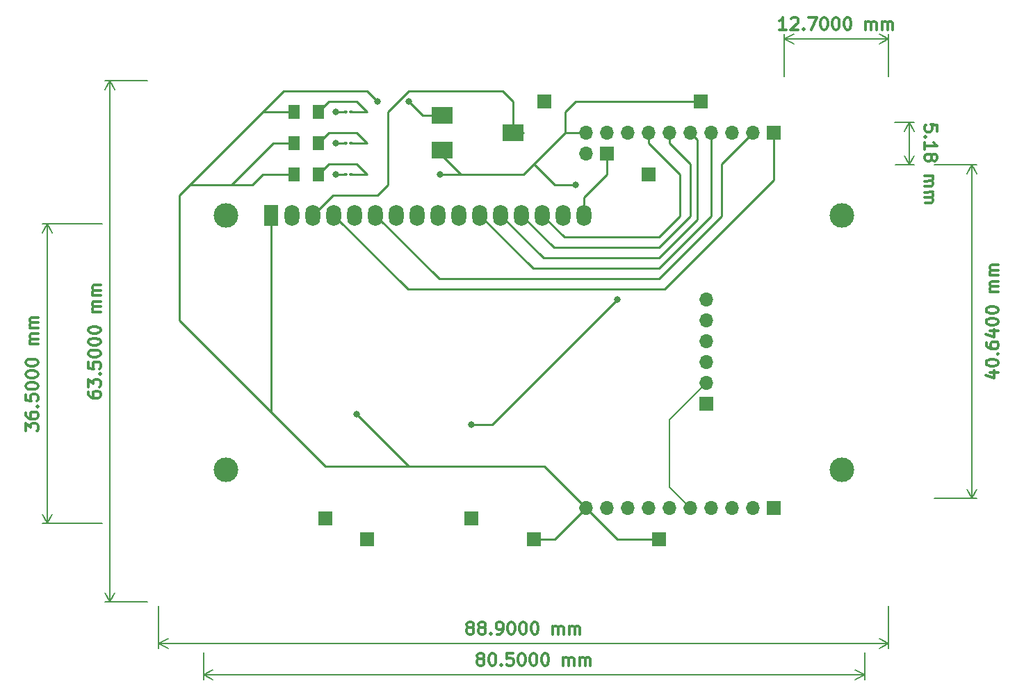
<source format=gtl>
%TF.GenerationSoftware,KiCad,Pcbnew,(6.0.4-0)*%
%TF.CreationDate,2022-04-09T01:41:43-04:00*%
%TF.ProjectId,msp_stuff,6d73705f-7374-4756-9666-2e6b69636164,rev?*%
%TF.SameCoordinates,Original*%
%TF.FileFunction,Copper,L1,Top*%
%TF.FilePolarity,Positive*%
%FSLAX46Y46*%
G04 Gerber Fmt 4.6, Leading zero omitted, Abs format (unit mm)*
G04 Created by KiCad (PCBNEW (6.0.4-0)) date 2022-04-09 01:41:43*
%MOMM*%
%LPD*%
G01*
G04 APERTURE LIST*
G04 Aperture macros list*
%AMRoundRect*
0 Rectangle with rounded corners*
0 $1 Rounding radius*
0 $2 $3 $4 $5 $6 $7 $8 $9 X,Y pos of 4 corners*
0 Add a 4 corners polygon primitive as box body*
4,1,4,$2,$3,$4,$5,$6,$7,$8,$9,$2,$3,0*
0 Add four circle primitives for the rounded corners*
1,1,$1+$1,$2,$3*
1,1,$1+$1,$4,$5*
1,1,$1+$1,$6,$7*
1,1,$1+$1,$8,$9*
0 Add four rect primitives between the rounded corners*
20,1,$1+$1,$2,$3,$4,$5,0*
20,1,$1+$1,$4,$5,$6,$7,0*
20,1,$1+$1,$6,$7,$8,$9,0*
20,1,$1+$1,$8,$9,$2,$3,0*%
G04 Aperture macros list end*
%ADD10C,0.300000*%
%TA.AperFunction,NonConductor*%
%ADD11C,0.300000*%
%TD*%
%TA.AperFunction,NonConductor*%
%ADD12C,0.200000*%
%TD*%
%TA.AperFunction,ComponentPad*%
%ADD13C,3.000000*%
%TD*%
%TA.AperFunction,ComponentPad*%
%ADD14R,1.800000X2.600000*%
%TD*%
%TA.AperFunction,ComponentPad*%
%ADD15O,1.800000X2.600000*%
%TD*%
%TA.AperFunction,ComponentPad*%
%ADD16R,1.700000X1.700000*%
%TD*%
%TA.AperFunction,ComponentPad*%
%ADD17O,1.700000X1.700000*%
%TD*%
%TA.AperFunction,SMDPad,CuDef*%
%ADD18RoundRect,0.250001X-0.462499X-0.624999X0.462499X-0.624999X0.462499X0.624999X-0.462499X0.624999X0*%
%TD*%
%TA.AperFunction,SMDPad,CuDef*%
%ADD19RoundRect,0.100000X-0.130000X-0.100000X0.130000X-0.100000X0.130000X0.100000X-0.130000X0.100000X0*%
%TD*%
%TA.AperFunction,SMDPad,CuDef*%
%ADD20R,2.500000X2.000000*%
%TD*%
%TA.AperFunction,ViaPad*%
%ADD21C,0.800000*%
%TD*%
%TA.AperFunction,Conductor*%
%ADD22C,0.200000*%
%TD*%
%TA.AperFunction,Conductor*%
%ADD23C,0.250000*%
%TD*%
G04 APERTURE END LIST*
D10*
D11*
X155218571Y-87778571D02*
X154361428Y-87778571D01*
X154790000Y-87778571D02*
X154790000Y-86278571D01*
X154647142Y-86492857D01*
X154504285Y-86635714D01*
X154361428Y-86707142D01*
X155790000Y-86421428D02*
X155861428Y-86350000D01*
X156004285Y-86278571D01*
X156361428Y-86278571D01*
X156504285Y-86350000D01*
X156575714Y-86421428D01*
X156647142Y-86564285D01*
X156647142Y-86707142D01*
X156575714Y-86921428D01*
X155718571Y-87778571D01*
X156647142Y-87778571D01*
X157290000Y-87635714D02*
X157361428Y-87707142D01*
X157290000Y-87778571D01*
X157218571Y-87707142D01*
X157290000Y-87635714D01*
X157290000Y-87778571D01*
X157861428Y-86278571D02*
X158861428Y-86278571D01*
X158218571Y-87778571D01*
X159718571Y-86278571D02*
X159861428Y-86278571D01*
X160004285Y-86350000D01*
X160075714Y-86421428D01*
X160147142Y-86564285D01*
X160218571Y-86850000D01*
X160218571Y-87207142D01*
X160147142Y-87492857D01*
X160075714Y-87635714D01*
X160004285Y-87707142D01*
X159861428Y-87778571D01*
X159718571Y-87778571D01*
X159575714Y-87707142D01*
X159504285Y-87635714D01*
X159432857Y-87492857D01*
X159361428Y-87207142D01*
X159361428Y-86850000D01*
X159432857Y-86564285D01*
X159504285Y-86421428D01*
X159575714Y-86350000D01*
X159718571Y-86278571D01*
X161147142Y-86278571D02*
X161290000Y-86278571D01*
X161432857Y-86350000D01*
X161504285Y-86421428D01*
X161575714Y-86564285D01*
X161647142Y-86850000D01*
X161647142Y-87207142D01*
X161575714Y-87492857D01*
X161504285Y-87635714D01*
X161432857Y-87707142D01*
X161290000Y-87778571D01*
X161147142Y-87778571D01*
X161004285Y-87707142D01*
X160932857Y-87635714D01*
X160861428Y-87492857D01*
X160790000Y-87207142D01*
X160790000Y-86850000D01*
X160861428Y-86564285D01*
X160932857Y-86421428D01*
X161004285Y-86350000D01*
X161147142Y-86278571D01*
X162575714Y-86278571D02*
X162718571Y-86278571D01*
X162861428Y-86350000D01*
X162932857Y-86421428D01*
X163004285Y-86564285D01*
X163075714Y-86850000D01*
X163075714Y-87207142D01*
X163004285Y-87492857D01*
X162932857Y-87635714D01*
X162861428Y-87707142D01*
X162718571Y-87778571D01*
X162575714Y-87778571D01*
X162432857Y-87707142D01*
X162361428Y-87635714D01*
X162290000Y-87492857D01*
X162218571Y-87207142D01*
X162218571Y-86850000D01*
X162290000Y-86564285D01*
X162361428Y-86421428D01*
X162432857Y-86350000D01*
X162575714Y-86278571D01*
X164861428Y-87778571D02*
X164861428Y-86778571D01*
X164861428Y-86921428D02*
X164932857Y-86850000D01*
X165075714Y-86778571D01*
X165290000Y-86778571D01*
X165432857Y-86850000D01*
X165504285Y-86992857D01*
X165504285Y-87778571D01*
X165504285Y-86992857D02*
X165575714Y-86850000D01*
X165718571Y-86778571D01*
X165932857Y-86778571D01*
X166075714Y-86850000D01*
X166147142Y-86992857D01*
X166147142Y-87778571D01*
X166861428Y-87778571D02*
X166861428Y-86778571D01*
X166861428Y-86921428D02*
X166932857Y-86850000D01*
X167075714Y-86778571D01*
X167290000Y-86778571D01*
X167432857Y-86850000D01*
X167504285Y-86992857D01*
X167504285Y-87778571D01*
X167504285Y-86992857D02*
X167575714Y-86850000D01*
X167718571Y-86778571D01*
X167932857Y-86778571D01*
X168075714Y-86850000D01*
X168147142Y-86992857D01*
X168147142Y-87778571D01*
D12*
X167640000Y-93479999D02*
X167640000Y-88313580D01*
X154940000Y-93479999D02*
X154940000Y-88313580D01*
X167640000Y-88900000D02*
X154940000Y-88900000D01*
X167640000Y-88900000D02*
X154940000Y-88900000D01*
X167640000Y-88900000D02*
X166513496Y-88313579D01*
X167640000Y-88900000D02*
X166513496Y-89486421D01*
X154940000Y-88900000D02*
X156066504Y-89486421D01*
X154940000Y-88900000D02*
X156066504Y-88313579D01*
D10*
D11*
X180018571Y-129499458D02*
X181018571Y-129499458D01*
X179447142Y-129856601D02*
X180518571Y-130213744D01*
X180518571Y-129285173D01*
X179518571Y-128428030D02*
X179518571Y-128285173D01*
X179590000Y-128142315D01*
X179661428Y-128070887D01*
X179804285Y-127999458D01*
X180090000Y-127928030D01*
X180447142Y-127928030D01*
X180732857Y-127999458D01*
X180875714Y-128070887D01*
X180947142Y-128142315D01*
X181018571Y-128285173D01*
X181018571Y-128428030D01*
X180947142Y-128570887D01*
X180875714Y-128642315D01*
X180732857Y-128713744D01*
X180447142Y-128785173D01*
X180090000Y-128785173D01*
X179804285Y-128713744D01*
X179661428Y-128642315D01*
X179590000Y-128570887D01*
X179518571Y-128428030D01*
X180875714Y-127285173D02*
X180947142Y-127213744D01*
X181018571Y-127285173D01*
X180947142Y-127356601D01*
X180875714Y-127285173D01*
X181018571Y-127285173D01*
X179518571Y-125928030D02*
X179518571Y-126213744D01*
X179590000Y-126356601D01*
X179661428Y-126428030D01*
X179875714Y-126570887D01*
X180161428Y-126642315D01*
X180732857Y-126642315D01*
X180875714Y-126570887D01*
X180947142Y-126499458D01*
X181018571Y-126356601D01*
X181018571Y-126070887D01*
X180947142Y-125928030D01*
X180875714Y-125856601D01*
X180732857Y-125785173D01*
X180375714Y-125785173D01*
X180232857Y-125856601D01*
X180161428Y-125928030D01*
X180090000Y-126070887D01*
X180090000Y-126356601D01*
X180161428Y-126499458D01*
X180232857Y-126570887D01*
X180375714Y-126642315D01*
X180018571Y-124499458D02*
X181018571Y-124499458D01*
X179447142Y-124856601D02*
X180518571Y-125213744D01*
X180518571Y-124285173D01*
X179518571Y-123428030D02*
X179518571Y-123285173D01*
X179590000Y-123142315D01*
X179661428Y-123070887D01*
X179804285Y-122999458D01*
X180090000Y-122928030D01*
X180447142Y-122928030D01*
X180732857Y-122999458D01*
X180875714Y-123070887D01*
X180947142Y-123142315D01*
X181018571Y-123285173D01*
X181018571Y-123428030D01*
X180947142Y-123570887D01*
X180875714Y-123642315D01*
X180732857Y-123713744D01*
X180447142Y-123785173D01*
X180090000Y-123785173D01*
X179804285Y-123713744D01*
X179661428Y-123642315D01*
X179590000Y-123570887D01*
X179518571Y-123428030D01*
X179518571Y-121999458D02*
X179518571Y-121856601D01*
X179590000Y-121713744D01*
X179661428Y-121642315D01*
X179804285Y-121570887D01*
X180090000Y-121499458D01*
X180447142Y-121499458D01*
X180732857Y-121570887D01*
X180875714Y-121642315D01*
X180947142Y-121713744D01*
X181018571Y-121856601D01*
X181018571Y-121999458D01*
X180947142Y-122142315D01*
X180875714Y-122213744D01*
X180732857Y-122285173D01*
X180447142Y-122356601D01*
X180090000Y-122356601D01*
X179804285Y-122285173D01*
X179661428Y-122213744D01*
X179590000Y-122142315D01*
X179518571Y-121999458D01*
X181018571Y-119713744D02*
X180018571Y-119713744D01*
X180161428Y-119713744D02*
X180090000Y-119642315D01*
X180018571Y-119499458D01*
X180018571Y-119285173D01*
X180090000Y-119142315D01*
X180232857Y-119070887D01*
X181018571Y-119070887D01*
X180232857Y-119070887D02*
X180090000Y-118999458D01*
X180018571Y-118856601D01*
X180018571Y-118642315D01*
X180090000Y-118499458D01*
X180232857Y-118428030D01*
X181018571Y-118428030D01*
X181018571Y-117713744D02*
X180018571Y-117713744D01*
X180161428Y-117713744D02*
X180090000Y-117642315D01*
X180018571Y-117499458D01*
X180018571Y-117285173D01*
X180090000Y-117142315D01*
X180232857Y-117070887D01*
X181018571Y-117070887D01*
X180232857Y-117070887D02*
X180090000Y-116999458D01*
X180018571Y-116856601D01*
X180018571Y-116642315D01*
X180090000Y-116499458D01*
X180232857Y-116428030D01*
X181018571Y-116428030D01*
D12*
X173220000Y-104235173D02*
X178386420Y-104235173D01*
X173220000Y-144875173D02*
X178386420Y-144875173D01*
X177800000Y-104235173D02*
X177800000Y-144875173D01*
X177800000Y-104235173D02*
X177800000Y-144875173D01*
X177800000Y-104235173D02*
X177213579Y-105361677D01*
X177800000Y-104235173D02*
X178386421Y-105361677D01*
X177800000Y-144875173D02*
X178386421Y-143748669D01*
X177800000Y-144875173D02*
X177213579Y-143748669D01*
D10*
D11*
X62538571Y-136682500D02*
X62538571Y-135753928D01*
X63110000Y-136253928D01*
X63110000Y-136039642D01*
X63181428Y-135896785D01*
X63252857Y-135825357D01*
X63395714Y-135753928D01*
X63752857Y-135753928D01*
X63895714Y-135825357D01*
X63967142Y-135896785D01*
X64038571Y-136039642D01*
X64038571Y-136468214D01*
X63967142Y-136611071D01*
X63895714Y-136682500D01*
X62538571Y-134468214D02*
X62538571Y-134753928D01*
X62610000Y-134896785D01*
X62681428Y-134968214D01*
X62895714Y-135111071D01*
X63181428Y-135182500D01*
X63752857Y-135182500D01*
X63895714Y-135111071D01*
X63967142Y-135039642D01*
X64038571Y-134896785D01*
X64038571Y-134611071D01*
X63967142Y-134468214D01*
X63895714Y-134396785D01*
X63752857Y-134325357D01*
X63395714Y-134325357D01*
X63252857Y-134396785D01*
X63181428Y-134468214D01*
X63110000Y-134611071D01*
X63110000Y-134896785D01*
X63181428Y-135039642D01*
X63252857Y-135111071D01*
X63395714Y-135182500D01*
X63895714Y-133682500D02*
X63967142Y-133611071D01*
X64038571Y-133682500D01*
X63967142Y-133753928D01*
X63895714Y-133682500D01*
X64038571Y-133682500D01*
X62538571Y-132253928D02*
X62538571Y-132968214D01*
X63252857Y-133039642D01*
X63181428Y-132968214D01*
X63110000Y-132825357D01*
X63110000Y-132468214D01*
X63181428Y-132325357D01*
X63252857Y-132253928D01*
X63395714Y-132182500D01*
X63752857Y-132182500D01*
X63895714Y-132253928D01*
X63967142Y-132325357D01*
X64038571Y-132468214D01*
X64038571Y-132825357D01*
X63967142Y-132968214D01*
X63895714Y-133039642D01*
X62538571Y-131253928D02*
X62538571Y-131111071D01*
X62610000Y-130968214D01*
X62681428Y-130896785D01*
X62824285Y-130825357D01*
X63110000Y-130753928D01*
X63467142Y-130753928D01*
X63752857Y-130825357D01*
X63895714Y-130896785D01*
X63967142Y-130968214D01*
X64038571Y-131111071D01*
X64038571Y-131253928D01*
X63967142Y-131396785D01*
X63895714Y-131468214D01*
X63752857Y-131539642D01*
X63467142Y-131611071D01*
X63110000Y-131611071D01*
X62824285Y-131539642D01*
X62681428Y-131468214D01*
X62610000Y-131396785D01*
X62538571Y-131253928D01*
X62538571Y-129825357D02*
X62538571Y-129682500D01*
X62610000Y-129539642D01*
X62681428Y-129468214D01*
X62824285Y-129396785D01*
X63110000Y-129325357D01*
X63467142Y-129325357D01*
X63752857Y-129396785D01*
X63895714Y-129468214D01*
X63967142Y-129539642D01*
X64038571Y-129682500D01*
X64038571Y-129825357D01*
X63967142Y-129968214D01*
X63895714Y-130039642D01*
X63752857Y-130111071D01*
X63467142Y-130182500D01*
X63110000Y-130182500D01*
X62824285Y-130111071D01*
X62681428Y-130039642D01*
X62610000Y-129968214D01*
X62538571Y-129825357D01*
X62538571Y-128396785D02*
X62538571Y-128253928D01*
X62610000Y-128111071D01*
X62681428Y-128039642D01*
X62824285Y-127968214D01*
X63110000Y-127896785D01*
X63467142Y-127896785D01*
X63752857Y-127968214D01*
X63895714Y-128039642D01*
X63967142Y-128111071D01*
X64038571Y-128253928D01*
X64038571Y-128396785D01*
X63967142Y-128539642D01*
X63895714Y-128611071D01*
X63752857Y-128682500D01*
X63467142Y-128753928D01*
X63110000Y-128753928D01*
X62824285Y-128682500D01*
X62681428Y-128611071D01*
X62610000Y-128539642D01*
X62538571Y-128396785D01*
X64038571Y-126111071D02*
X63038571Y-126111071D01*
X63181428Y-126111071D02*
X63110000Y-126039642D01*
X63038571Y-125896785D01*
X63038571Y-125682500D01*
X63110000Y-125539642D01*
X63252857Y-125468214D01*
X64038571Y-125468214D01*
X63252857Y-125468214D02*
X63110000Y-125396785D01*
X63038571Y-125253928D01*
X63038571Y-125039642D01*
X63110000Y-124896785D01*
X63252857Y-124825357D01*
X64038571Y-124825357D01*
X64038571Y-124111071D02*
X63038571Y-124111071D01*
X63181428Y-124111071D02*
X63110000Y-124039642D01*
X63038571Y-123896785D01*
X63038571Y-123682500D01*
X63110000Y-123539642D01*
X63252857Y-123468214D01*
X64038571Y-123468214D01*
X63252857Y-123468214D02*
X63110000Y-123396785D01*
X63038571Y-123253928D01*
X63038571Y-123039642D01*
X63110000Y-122896785D01*
X63252857Y-122825357D01*
X64038571Y-122825357D01*
D12*
X71890000Y-147932500D02*
X64573580Y-147932500D01*
X71890000Y-111432500D02*
X64573580Y-111432500D01*
X65160000Y-147932500D02*
X65160000Y-111432500D01*
X65160000Y-147932500D02*
X65160000Y-111432500D01*
X65160000Y-147932500D02*
X65746421Y-146805996D01*
X65160000Y-147932500D02*
X64573579Y-146805996D01*
X65160000Y-111432500D02*
X64573579Y-112559004D01*
X65160000Y-111432500D02*
X65746421Y-112559004D01*
D10*
D11*
X173518226Y-100135305D02*
X173514086Y-99421031D01*
X172799398Y-99353745D01*
X172871239Y-99424758D01*
X172943495Y-99567198D01*
X172945565Y-99924335D01*
X172874966Y-100067604D01*
X172803953Y-100139446D01*
X172661512Y-100211701D01*
X172304375Y-100213771D01*
X172161106Y-100143172D01*
X172089265Y-100072159D01*
X172017009Y-99929718D01*
X172014939Y-99572581D01*
X172085538Y-99429313D01*
X172156551Y-99357471D01*
X172165247Y-100857446D02*
X172094234Y-100929287D01*
X172022392Y-100858274D01*
X172093405Y-100786433D01*
X172165247Y-100857446D01*
X172022392Y-100858274D01*
X172031088Y-102358249D02*
X172026119Y-101501120D01*
X172028603Y-101929685D02*
X173528578Y-101920989D01*
X173313468Y-101779377D01*
X173169785Y-101637350D01*
X173097529Y-101494909D01*
X172893185Y-103210408D02*
X172963784Y-103067140D01*
X173034798Y-102995298D01*
X173177238Y-102923043D01*
X173248666Y-102922629D01*
X173391934Y-102993228D01*
X173463776Y-103064241D01*
X173536031Y-103206682D01*
X173537688Y-103492391D01*
X173467088Y-103635660D01*
X173396075Y-103707502D01*
X173253634Y-103779757D01*
X173182207Y-103780171D01*
X173038938Y-103709572D01*
X172967097Y-103638559D01*
X172894841Y-103496118D01*
X172893185Y-103210408D01*
X172820929Y-103067968D01*
X172749088Y-102996955D01*
X172605819Y-102926355D01*
X172320110Y-102928012D01*
X172177669Y-103000267D01*
X172106656Y-103072109D01*
X172036057Y-103215377D01*
X172037713Y-103501087D01*
X172109968Y-103643528D01*
X172181810Y-103714541D01*
X172325079Y-103785140D01*
X172610788Y-103783484D01*
X172753229Y-103711228D01*
X172824242Y-103639387D01*
X172894841Y-103496118D01*
X172049721Y-105572481D02*
X173049704Y-105566684D01*
X172906849Y-105567512D02*
X172978691Y-105638525D01*
X173050946Y-105780966D01*
X173052189Y-105995248D01*
X172981589Y-106138517D01*
X172839149Y-106210772D01*
X172053448Y-106215327D01*
X172839149Y-106210772D02*
X172982417Y-106281371D01*
X173054673Y-106423812D01*
X173055915Y-106638094D01*
X172985316Y-106781363D01*
X172842875Y-106853618D01*
X172057174Y-106858173D01*
X172061315Y-107572447D02*
X173061298Y-107566650D01*
X172918443Y-107567478D02*
X172990285Y-107638491D01*
X173062540Y-107780932D01*
X173063783Y-107995214D01*
X172993183Y-108138483D01*
X172850743Y-108210739D01*
X172065042Y-108215293D01*
X172850743Y-108210739D02*
X172994011Y-108281338D01*
X173066267Y-108423778D01*
X173067509Y-108638061D01*
X172996910Y-108781329D01*
X172854469Y-108853585D01*
X172068768Y-108858140D01*
D12*
X168397221Y-99070334D02*
X170736411Y-99056773D01*
X168427221Y-104245334D02*
X170766411Y-104231773D01*
X170150000Y-99060173D02*
X170180000Y-104235173D01*
X170150000Y-99060173D02*
X170180000Y-104235173D01*
X170150000Y-99060173D02*
X169570119Y-100190057D01*
X170150000Y-99060173D02*
X170742941Y-100183258D01*
X170180000Y-104235173D02*
X170759881Y-103105289D01*
X170180000Y-104235173D02*
X169587059Y-103112088D01*
D10*
D11*
X70158571Y-131944285D02*
X70158571Y-132230000D01*
X70230000Y-132372857D01*
X70301428Y-132444285D01*
X70515714Y-132587142D01*
X70801428Y-132658571D01*
X71372857Y-132658571D01*
X71515714Y-132587142D01*
X71587142Y-132515714D01*
X71658571Y-132372857D01*
X71658571Y-132087142D01*
X71587142Y-131944285D01*
X71515714Y-131872857D01*
X71372857Y-131801428D01*
X71015714Y-131801428D01*
X70872857Y-131872857D01*
X70801428Y-131944285D01*
X70730000Y-132087142D01*
X70730000Y-132372857D01*
X70801428Y-132515714D01*
X70872857Y-132587142D01*
X71015714Y-132658571D01*
X70158571Y-131301428D02*
X70158571Y-130372857D01*
X70730000Y-130872857D01*
X70730000Y-130658571D01*
X70801428Y-130515714D01*
X70872857Y-130444285D01*
X71015714Y-130372857D01*
X71372857Y-130372857D01*
X71515714Y-130444285D01*
X71587142Y-130515714D01*
X71658571Y-130658571D01*
X71658571Y-131087142D01*
X71587142Y-131230000D01*
X71515714Y-131301428D01*
X71515714Y-129730000D02*
X71587142Y-129658571D01*
X71658571Y-129730000D01*
X71587142Y-129801428D01*
X71515714Y-129730000D01*
X71658571Y-129730000D01*
X70158571Y-128301428D02*
X70158571Y-129015714D01*
X70872857Y-129087142D01*
X70801428Y-129015714D01*
X70730000Y-128872857D01*
X70730000Y-128515714D01*
X70801428Y-128372857D01*
X70872857Y-128301428D01*
X71015714Y-128230000D01*
X71372857Y-128230000D01*
X71515714Y-128301428D01*
X71587142Y-128372857D01*
X71658571Y-128515714D01*
X71658571Y-128872857D01*
X71587142Y-129015714D01*
X71515714Y-129087142D01*
X70158571Y-127301428D02*
X70158571Y-127158571D01*
X70230000Y-127015714D01*
X70301428Y-126944285D01*
X70444285Y-126872857D01*
X70730000Y-126801428D01*
X71087142Y-126801428D01*
X71372857Y-126872857D01*
X71515714Y-126944285D01*
X71587142Y-127015714D01*
X71658571Y-127158571D01*
X71658571Y-127301428D01*
X71587142Y-127444285D01*
X71515714Y-127515714D01*
X71372857Y-127587142D01*
X71087142Y-127658571D01*
X70730000Y-127658571D01*
X70444285Y-127587142D01*
X70301428Y-127515714D01*
X70230000Y-127444285D01*
X70158571Y-127301428D01*
X70158571Y-125872857D02*
X70158571Y-125730000D01*
X70230000Y-125587142D01*
X70301428Y-125515714D01*
X70444285Y-125444285D01*
X70730000Y-125372857D01*
X71087142Y-125372857D01*
X71372857Y-125444285D01*
X71515714Y-125515714D01*
X71587142Y-125587142D01*
X71658571Y-125730000D01*
X71658571Y-125872857D01*
X71587142Y-126015714D01*
X71515714Y-126087142D01*
X71372857Y-126158571D01*
X71087142Y-126230000D01*
X70730000Y-126230000D01*
X70444285Y-126158571D01*
X70301428Y-126087142D01*
X70230000Y-126015714D01*
X70158571Y-125872857D01*
X70158571Y-124444285D02*
X70158571Y-124301428D01*
X70230000Y-124158571D01*
X70301428Y-124087142D01*
X70444285Y-124015714D01*
X70730000Y-123944285D01*
X71087142Y-123944285D01*
X71372857Y-124015714D01*
X71515714Y-124087142D01*
X71587142Y-124158571D01*
X71658571Y-124301428D01*
X71658571Y-124444285D01*
X71587142Y-124587142D01*
X71515714Y-124658571D01*
X71372857Y-124730000D01*
X71087142Y-124801428D01*
X70730000Y-124801428D01*
X70444285Y-124730000D01*
X70301428Y-124658571D01*
X70230000Y-124587142D01*
X70158571Y-124444285D01*
X71658571Y-122158571D02*
X70658571Y-122158571D01*
X70801428Y-122158571D02*
X70730000Y-122087142D01*
X70658571Y-121944285D01*
X70658571Y-121730000D01*
X70730000Y-121587142D01*
X70872857Y-121515714D01*
X71658571Y-121515714D01*
X70872857Y-121515714D02*
X70730000Y-121444285D01*
X70658571Y-121301428D01*
X70658571Y-121087142D01*
X70730000Y-120944285D01*
X70872857Y-120872857D01*
X71658571Y-120872857D01*
X71658571Y-120158571D02*
X70658571Y-120158571D01*
X70801428Y-120158571D02*
X70730000Y-120087142D01*
X70658571Y-119944285D01*
X70658571Y-119730000D01*
X70730000Y-119587142D01*
X70872857Y-119515714D01*
X71658571Y-119515714D01*
X70872857Y-119515714D02*
X70730000Y-119444285D01*
X70658571Y-119301428D01*
X70658571Y-119087142D01*
X70730000Y-118944285D01*
X70872857Y-118872857D01*
X71658571Y-118872857D01*
D12*
X77360000Y-93980000D02*
X72193580Y-93980000D01*
X77360000Y-157480000D02*
X72193580Y-157480000D01*
X72780000Y-93980000D02*
X72780000Y-157480000D01*
X72780000Y-93980000D02*
X72780000Y-157480000D01*
X72780000Y-93980000D02*
X72193579Y-95106504D01*
X72780000Y-93980000D02*
X73366421Y-95106504D01*
X72780000Y-157480000D02*
X73366421Y-156353496D01*
X72780000Y-157480000D02*
X72193579Y-156353496D01*
D10*
D11*
X116547142Y-160581428D02*
X116404285Y-160510000D01*
X116332857Y-160438571D01*
X116261428Y-160295714D01*
X116261428Y-160224285D01*
X116332857Y-160081428D01*
X116404285Y-160010000D01*
X116547142Y-159938571D01*
X116832857Y-159938571D01*
X116975714Y-160010000D01*
X117047142Y-160081428D01*
X117118571Y-160224285D01*
X117118571Y-160295714D01*
X117047142Y-160438571D01*
X116975714Y-160510000D01*
X116832857Y-160581428D01*
X116547142Y-160581428D01*
X116404285Y-160652857D01*
X116332857Y-160724285D01*
X116261428Y-160867142D01*
X116261428Y-161152857D01*
X116332857Y-161295714D01*
X116404285Y-161367142D01*
X116547142Y-161438571D01*
X116832857Y-161438571D01*
X116975714Y-161367142D01*
X117047142Y-161295714D01*
X117118571Y-161152857D01*
X117118571Y-160867142D01*
X117047142Y-160724285D01*
X116975714Y-160652857D01*
X116832857Y-160581428D01*
X117975714Y-160581428D02*
X117832857Y-160510000D01*
X117761428Y-160438571D01*
X117690000Y-160295714D01*
X117690000Y-160224285D01*
X117761428Y-160081428D01*
X117832857Y-160010000D01*
X117975714Y-159938571D01*
X118261428Y-159938571D01*
X118404285Y-160010000D01*
X118475714Y-160081428D01*
X118547142Y-160224285D01*
X118547142Y-160295714D01*
X118475714Y-160438571D01*
X118404285Y-160510000D01*
X118261428Y-160581428D01*
X117975714Y-160581428D01*
X117832857Y-160652857D01*
X117761428Y-160724285D01*
X117690000Y-160867142D01*
X117690000Y-161152857D01*
X117761428Y-161295714D01*
X117832857Y-161367142D01*
X117975714Y-161438571D01*
X118261428Y-161438571D01*
X118404285Y-161367142D01*
X118475714Y-161295714D01*
X118547142Y-161152857D01*
X118547142Y-160867142D01*
X118475714Y-160724285D01*
X118404285Y-160652857D01*
X118261428Y-160581428D01*
X119190000Y-161295714D02*
X119261428Y-161367142D01*
X119190000Y-161438571D01*
X119118571Y-161367142D01*
X119190000Y-161295714D01*
X119190000Y-161438571D01*
X119975714Y-161438571D02*
X120261428Y-161438571D01*
X120404285Y-161367142D01*
X120475714Y-161295714D01*
X120618571Y-161081428D01*
X120690000Y-160795714D01*
X120690000Y-160224285D01*
X120618571Y-160081428D01*
X120547142Y-160010000D01*
X120404285Y-159938571D01*
X120118571Y-159938571D01*
X119975714Y-160010000D01*
X119904285Y-160081428D01*
X119832857Y-160224285D01*
X119832857Y-160581428D01*
X119904285Y-160724285D01*
X119975714Y-160795714D01*
X120118571Y-160867142D01*
X120404285Y-160867142D01*
X120547142Y-160795714D01*
X120618571Y-160724285D01*
X120690000Y-160581428D01*
X121618571Y-159938571D02*
X121761428Y-159938571D01*
X121904285Y-160010000D01*
X121975714Y-160081428D01*
X122047142Y-160224285D01*
X122118571Y-160510000D01*
X122118571Y-160867142D01*
X122047142Y-161152857D01*
X121975714Y-161295714D01*
X121904285Y-161367142D01*
X121761428Y-161438571D01*
X121618571Y-161438571D01*
X121475714Y-161367142D01*
X121404285Y-161295714D01*
X121332857Y-161152857D01*
X121261428Y-160867142D01*
X121261428Y-160510000D01*
X121332857Y-160224285D01*
X121404285Y-160081428D01*
X121475714Y-160010000D01*
X121618571Y-159938571D01*
X123047142Y-159938571D02*
X123190000Y-159938571D01*
X123332857Y-160010000D01*
X123404285Y-160081428D01*
X123475714Y-160224285D01*
X123547142Y-160510000D01*
X123547142Y-160867142D01*
X123475714Y-161152857D01*
X123404285Y-161295714D01*
X123332857Y-161367142D01*
X123190000Y-161438571D01*
X123047142Y-161438571D01*
X122904285Y-161367142D01*
X122832857Y-161295714D01*
X122761428Y-161152857D01*
X122690000Y-160867142D01*
X122690000Y-160510000D01*
X122761428Y-160224285D01*
X122832857Y-160081428D01*
X122904285Y-160010000D01*
X123047142Y-159938571D01*
X124475714Y-159938571D02*
X124618571Y-159938571D01*
X124761428Y-160010000D01*
X124832857Y-160081428D01*
X124904285Y-160224285D01*
X124975714Y-160510000D01*
X124975714Y-160867142D01*
X124904285Y-161152857D01*
X124832857Y-161295714D01*
X124761428Y-161367142D01*
X124618571Y-161438571D01*
X124475714Y-161438571D01*
X124332857Y-161367142D01*
X124261428Y-161295714D01*
X124190000Y-161152857D01*
X124118571Y-160867142D01*
X124118571Y-160510000D01*
X124190000Y-160224285D01*
X124261428Y-160081428D01*
X124332857Y-160010000D01*
X124475714Y-159938571D01*
X126761428Y-161438571D02*
X126761428Y-160438571D01*
X126761428Y-160581428D02*
X126832857Y-160510000D01*
X126975714Y-160438571D01*
X127190000Y-160438571D01*
X127332857Y-160510000D01*
X127404285Y-160652857D01*
X127404285Y-161438571D01*
X127404285Y-160652857D02*
X127475714Y-160510000D01*
X127618571Y-160438571D01*
X127832857Y-160438571D01*
X127975714Y-160510000D01*
X128047142Y-160652857D01*
X128047142Y-161438571D01*
X128761428Y-161438571D02*
X128761428Y-160438571D01*
X128761428Y-160581428D02*
X128832857Y-160510000D01*
X128975714Y-160438571D01*
X129190000Y-160438571D01*
X129332857Y-160510000D01*
X129404285Y-160652857D01*
X129404285Y-161438571D01*
X129404285Y-160652857D02*
X129475714Y-160510000D01*
X129618571Y-160438571D01*
X129832857Y-160438571D01*
X129975714Y-160510000D01*
X130047142Y-160652857D01*
X130047142Y-161438571D01*
D12*
X78740000Y-157980000D02*
X78740000Y-163146420D01*
X167640000Y-157980000D02*
X167640000Y-163146420D01*
X78740000Y-162560000D02*
X167640000Y-162560000D01*
X78740000Y-162560000D02*
X167640000Y-162560000D01*
X78740000Y-162560000D02*
X79866504Y-163146421D01*
X78740000Y-162560000D02*
X79866504Y-161973579D01*
X167640000Y-162560000D02*
X166513496Y-161973579D01*
X167640000Y-162560000D02*
X166513496Y-163146421D01*
D10*
D11*
X117817142Y-164391428D02*
X117674285Y-164320000D01*
X117602857Y-164248571D01*
X117531428Y-164105714D01*
X117531428Y-164034285D01*
X117602857Y-163891428D01*
X117674285Y-163820000D01*
X117817142Y-163748571D01*
X118102857Y-163748571D01*
X118245714Y-163820000D01*
X118317142Y-163891428D01*
X118388571Y-164034285D01*
X118388571Y-164105714D01*
X118317142Y-164248571D01*
X118245714Y-164320000D01*
X118102857Y-164391428D01*
X117817142Y-164391428D01*
X117674285Y-164462857D01*
X117602857Y-164534285D01*
X117531428Y-164677142D01*
X117531428Y-164962857D01*
X117602857Y-165105714D01*
X117674285Y-165177142D01*
X117817142Y-165248571D01*
X118102857Y-165248571D01*
X118245714Y-165177142D01*
X118317142Y-165105714D01*
X118388571Y-164962857D01*
X118388571Y-164677142D01*
X118317142Y-164534285D01*
X118245714Y-164462857D01*
X118102857Y-164391428D01*
X119317142Y-163748571D02*
X119460000Y-163748571D01*
X119602857Y-163820000D01*
X119674285Y-163891428D01*
X119745714Y-164034285D01*
X119817142Y-164320000D01*
X119817142Y-164677142D01*
X119745714Y-164962857D01*
X119674285Y-165105714D01*
X119602857Y-165177142D01*
X119460000Y-165248571D01*
X119317142Y-165248571D01*
X119174285Y-165177142D01*
X119102857Y-165105714D01*
X119031428Y-164962857D01*
X118960000Y-164677142D01*
X118960000Y-164320000D01*
X119031428Y-164034285D01*
X119102857Y-163891428D01*
X119174285Y-163820000D01*
X119317142Y-163748571D01*
X120460000Y-165105714D02*
X120531428Y-165177142D01*
X120460000Y-165248571D01*
X120388571Y-165177142D01*
X120460000Y-165105714D01*
X120460000Y-165248571D01*
X121888571Y-163748571D02*
X121174285Y-163748571D01*
X121102857Y-164462857D01*
X121174285Y-164391428D01*
X121317142Y-164320000D01*
X121674285Y-164320000D01*
X121817142Y-164391428D01*
X121888571Y-164462857D01*
X121960000Y-164605714D01*
X121960000Y-164962857D01*
X121888571Y-165105714D01*
X121817142Y-165177142D01*
X121674285Y-165248571D01*
X121317142Y-165248571D01*
X121174285Y-165177142D01*
X121102857Y-165105714D01*
X122888571Y-163748571D02*
X123031428Y-163748571D01*
X123174285Y-163820000D01*
X123245714Y-163891428D01*
X123317142Y-164034285D01*
X123388571Y-164320000D01*
X123388571Y-164677142D01*
X123317142Y-164962857D01*
X123245714Y-165105714D01*
X123174285Y-165177142D01*
X123031428Y-165248571D01*
X122888571Y-165248571D01*
X122745714Y-165177142D01*
X122674285Y-165105714D01*
X122602857Y-164962857D01*
X122531428Y-164677142D01*
X122531428Y-164320000D01*
X122602857Y-164034285D01*
X122674285Y-163891428D01*
X122745714Y-163820000D01*
X122888571Y-163748571D01*
X124317142Y-163748571D02*
X124460000Y-163748571D01*
X124602857Y-163820000D01*
X124674285Y-163891428D01*
X124745714Y-164034285D01*
X124817142Y-164320000D01*
X124817142Y-164677142D01*
X124745714Y-164962857D01*
X124674285Y-165105714D01*
X124602857Y-165177142D01*
X124460000Y-165248571D01*
X124317142Y-165248571D01*
X124174285Y-165177142D01*
X124102857Y-165105714D01*
X124031428Y-164962857D01*
X123960000Y-164677142D01*
X123960000Y-164320000D01*
X124031428Y-164034285D01*
X124102857Y-163891428D01*
X124174285Y-163820000D01*
X124317142Y-163748571D01*
X125745714Y-163748571D02*
X125888571Y-163748571D01*
X126031428Y-163820000D01*
X126102857Y-163891428D01*
X126174285Y-164034285D01*
X126245714Y-164320000D01*
X126245714Y-164677142D01*
X126174285Y-164962857D01*
X126102857Y-165105714D01*
X126031428Y-165177142D01*
X125888571Y-165248571D01*
X125745714Y-165248571D01*
X125602857Y-165177142D01*
X125531428Y-165105714D01*
X125460000Y-164962857D01*
X125388571Y-164677142D01*
X125388571Y-164320000D01*
X125460000Y-164034285D01*
X125531428Y-163891428D01*
X125602857Y-163820000D01*
X125745714Y-163748571D01*
X128031428Y-165248571D02*
X128031428Y-164248571D01*
X128031428Y-164391428D02*
X128102857Y-164320000D01*
X128245714Y-164248571D01*
X128460000Y-164248571D01*
X128602857Y-164320000D01*
X128674285Y-164462857D01*
X128674285Y-165248571D01*
X128674285Y-164462857D02*
X128745714Y-164320000D01*
X128888571Y-164248571D01*
X129102857Y-164248571D01*
X129245714Y-164320000D01*
X129317142Y-164462857D01*
X129317142Y-165248571D01*
X130031428Y-165248571D02*
X130031428Y-164248571D01*
X130031428Y-164391428D02*
X130102857Y-164320000D01*
X130245714Y-164248571D01*
X130460000Y-164248571D01*
X130602857Y-164320000D01*
X130674285Y-164462857D01*
X130674285Y-165248571D01*
X130674285Y-164462857D02*
X130745714Y-164320000D01*
X130888571Y-164248571D01*
X131102857Y-164248571D01*
X131245714Y-164320000D01*
X131317142Y-164462857D01*
X131317142Y-165248571D01*
D12*
X164710000Y-163672500D02*
X164710000Y-166956420D01*
X84210000Y-163672500D02*
X84210000Y-166956420D01*
X164710000Y-166370000D02*
X84210000Y-166370000D01*
X164710000Y-166370000D02*
X84210000Y-166370000D01*
X164710000Y-166370000D02*
X163583496Y-165783579D01*
X164710000Y-166370000D02*
X163583496Y-166956421D01*
X84210000Y-166370000D02*
X85336504Y-166956421D01*
X84210000Y-166370000D02*
X85336504Y-165783579D01*
D13*
%TO.P,U1,*%
%TO.N,*%
X86960900Y-141373200D03*
X86960900Y-110372500D03*
X161959480Y-141373200D03*
X161960000Y-110372500D03*
D14*
%TO.P,U1,1,VSS*%
%TO.N,GND*%
X92460000Y-110372500D03*
D15*
%TO.P,U1,2,VDD*%
%TO.N,+BATT*%
X95000000Y-110372500D03*
%TO.P,U1,3,Vo*%
%TO.N,Net-(RV1-Pad2)*%
X97540000Y-110372500D03*
%TO.P,U1,4,RS*%
%TO.N,Net-(U1-Pad4)*%
X100080000Y-110372500D03*
%TO.P,U1,5,R/~{W}*%
%TO.N,GND*%
X102620000Y-110372500D03*
%TO.P,U1,6,~{E}*%
%TO.N,Net-(U1-Pad6)*%
X105160000Y-110372500D03*
%TO.P,U1,7,DB0*%
%TO.N,unconnected-(U1-Pad7)*%
X107700000Y-110372500D03*
%TO.P,U1,8,DB1*%
%TO.N,unconnected-(U1-Pad8)*%
X110240000Y-110372500D03*
%TO.P,U1,9,DB2*%
%TO.N,unconnected-(U1-Pad9)*%
X112780000Y-110372500D03*
%TO.P,U1,10,DB3*%
%TO.N,unconnected-(U1-Pad10)*%
X115320000Y-110372500D03*
%TO.P,U1,11,DB4*%
%TO.N,Net-(U1-Pad11)*%
X117860000Y-110372500D03*
%TO.P,U1,12,DB5*%
%TO.N,Net-(U1-Pad12)*%
X120400000Y-110372500D03*
%TO.P,U1,13,DB6*%
%TO.N,Net-(U1-Pad13)*%
X122940000Y-110372500D03*
%TO.P,U1,14,DB7*%
%TO.N,Net-(U1-Pad14)*%
X125480000Y-110372500D03*
%TO.P,U1,15,A/VEE*%
%TO.N,+BATT*%
X128020000Y-110372500D03*
%TO.P,U1,16,K*%
%TO.N,GND*%
X130560000Y-110372500D03*
%TD*%
D16*
%TO.P,REF\u002A\u002A,1*%
%TO.N,Net-(U1-Pad4)*%
X153640000Y-100330000D03*
D17*
%TO.P,REF\u002A\u002A,2*%
%TO.N,Net-(U1-Pad6)*%
X151100000Y-100330000D03*
%TO.P,REF\u002A\u002A,3*%
%TO.N,N/C*%
X148560000Y-100330000D03*
%TO.P,REF\u002A\u002A,4*%
%TO.N,Net-(U1-Pad11)*%
X146020000Y-100330000D03*
%TO.P,REF\u002A\u002A,5*%
%TO.N,Net-(U1-Pad12)*%
X143480000Y-100330000D03*
%TO.P,REF\u002A\u002A,6*%
%TO.N,Net-(U1-Pad13)*%
X140940000Y-100330000D03*
%TO.P,REF\u002A\u002A,7*%
%TO.N,Net-(U1-Pad14)*%
X138400000Y-100330000D03*
%TO.P,REF\u002A\u002A,8*%
%TO.N,N/C*%
X135860000Y-100330000D03*
%TO.P,REF\u002A\u002A,9*%
X133320000Y-100330000D03*
%TO.P,REF\u002A\u002A,10*%
%TO.N,+BATT*%
X130780000Y-100330000D03*
%TD*%
D16*
%TO.P,REF\u002A\u002A,1*%
%TO.N,Net-(R3-Pad1)*%
X153670000Y-146050000D03*
D17*
%TO.P,REF\u002A\u002A,2*%
%TO.N,Net-(R2-Pad1)*%
X151130000Y-146050000D03*
%TO.P,REF\u002A\u002A,3*%
%TO.N,Net-(R1-Pad1)*%
X148590000Y-146050000D03*
%TO.P,REF\u002A\u002A,4*%
%TO.N,N/C*%
X146050000Y-146050000D03*
%TO.P,REF\u002A\u002A,5*%
X143510000Y-146050000D03*
%TO.P,REF\u002A\u002A,6*%
X140970000Y-146050000D03*
%TO.P,REF\u002A\u002A,7*%
X138430000Y-146050000D03*
%TO.P,REF\u002A\u002A,8*%
X135890000Y-146050000D03*
%TO.P,REF\u002A\u002A,9*%
X133350000Y-146050000D03*
%TO.P,REF\u002A\u002A,10*%
%TO.N,GND*%
X130810000Y-146050000D03*
%TD*%
D18*
%TO.P,D3,1,K*%
%TO.N,GND*%
X95250000Y-97790000D03*
%TO.P,D3,2,A*%
%TO.N,Net-(D3-Pad2)*%
X98225000Y-97790000D03*
%TD*%
D16*
%TO.P,REF\u002A\u002A,1*%
%TO.N,N/C*%
X145460000Y-133325000D03*
D17*
%TO.P,REF\u002A\u002A,2*%
X145460000Y-130785000D03*
%TO.P,REF\u002A\u002A,3*%
X145460000Y-128245000D03*
%TO.P,REF\u002A\u002A,4*%
%TO.N,GND*%
X145460000Y-125705000D03*
%TO.P,REF\u002A\u002A,5*%
%TO.N,+BATT*%
X145460000Y-123165000D03*
%TO.P,REF\u002A\u002A,6*%
%TO.N,N/C*%
X145460000Y-120625000D03*
%TD*%
D19*
%TO.P,R2,2*%
%TO.N,Net-(D2-Pad2)*%
X102137500Y-101600000D03*
%TO.P,R2,1*%
%TO.N,Net-(R2-Pad1)*%
X101497500Y-101600000D03*
%TD*%
D16*
%TO.P,REF\u002A\u002A,1*%
%TO.N,N/C*%
X125730000Y-96520000D03*
%TD*%
D20*
%TO.P,RV1,1,1*%
%TO.N,+BATT*%
X113270000Y-102480000D03*
%TO.P,RV1,2,2*%
%TO.N,Net-(RV1-Pad2)*%
X121920000Y-100330000D03*
%TO.P,RV1,3,3*%
%TO.N,GND*%
X113270000Y-98180000D03*
%TD*%
D16*
%TO.P,REF\u002A\u002A,1*%
%TO.N,GND*%
X133350000Y-102845000D03*
D17*
%TO.P,REF\u002A\u002A,2*%
%TO.N,N/C*%
X130810000Y-102845000D03*
%TD*%
D16*
%TO.P,REF\u002A\u002A,1*%
%TO.N,GND*%
X124460000Y-149860000D03*
%TD*%
D19*
%TO.P,R1,2*%
%TO.N,Net-(D1-Pad2)*%
X102137500Y-105410000D03*
%TO.P,R1,1*%
%TO.N,Net-(R1-Pad1)*%
X101497500Y-105410000D03*
%TD*%
D16*
%TO.P,REF\u002A\u002A,1*%
%TO.N,GND*%
X104140000Y-149860000D03*
%TD*%
D18*
%TO.P,D1,1,K*%
%TO.N,GND*%
X95250000Y-105410000D03*
%TO.P,D1,2,A*%
%TO.N,Net-(D1-Pad2)*%
X98225000Y-105410000D03*
%TD*%
D16*
%TO.P,REF\u002A\u002A,1*%
%TO.N,+BATT*%
X116840000Y-147320000D03*
%TD*%
%TO.P,REF\u002A\u002A,1*%
%TO.N,+BATT*%
X99060000Y-147320000D03*
%TD*%
%TO.P,REF\u002A\u002A,1*%
%TO.N,GND*%
X139700000Y-149860000D03*
%TD*%
%TO.P,REF\u002A\u002A,1*%
%TO.N,+BATT*%
X138430000Y-105410000D03*
%TD*%
D19*
%TO.P,R3,2*%
%TO.N,Net-(D3-Pad2)*%
X102137500Y-97790000D03*
%TO.P,R3,1*%
%TO.N,Net-(R3-Pad1)*%
X101497500Y-97790000D03*
%TD*%
D16*
%TO.P,REF\u002A\u002A,1*%
%TO.N,+BATT*%
X144780000Y-96520000D03*
%TD*%
D18*
%TO.P,D2,1,K*%
%TO.N,GND*%
X95250000Y-101600000D03*
%TO.P,D2,2,A*%
%TO.N,Net-(D2-Pad2)*%
X98225000Y-101600000D03*
%TD*%
D21*
%TO.N,GND*%
X102870000Y-134620000D03*
X109220000Y-96520000D03*
X105410000Y-96520000D03*
%TO.N,+BATT*%
X113030000Y-105410000D03*
X134620000Y-120650000D03*
X129540000Y-106680000D03*
X116840000Y-135890000D03*
X116840000Y-135890000D03*
%TO.N,Net-(R1-Pad1)*%
X100330000Y-105410000D03*
%TO.N,Net-(R2-Pad1)*%
X100330000Y-101600000D03*
%TO.N,Net-(R3-Pad1)*%
X100330000Y-97790000D03*
%TD*%
D22*
%TO.N,*%
X140970000Y-143510000D02*
X143510000Y-146050000D01*
X140970000Y-135275000D02*
X140970000Y-143510000D01*
X145460000Y-130785000D02*
X140970000Y-135275000D01*
D23*
%TO.N,GND*%
X93980000Y-95250000D02*
X104140000Y-95250000D01*
X99060000Y-140970000D02*
X92710000Y-134620000D01*
X130810000Y-146050000D02*
X134620000Y-149860000D01*
X95250000Y-101600000D02*
X92710000Y-101600000D01*
X82550000Y-106680000D02*
X81280000Y-107950000D01*
X87630000Y-106680000D02*
X82550000Y-106680000D01*
X110880000Y-98180000D02*
X109220000Y-96520000D01*
X134620000Y-149860000D02*
X139700000Y-149860000D01*
X90170000Y-106680000D02*
X87630000Y-106680000D01*
X92460000Y-134370000D02*
X92460000Y-110372500D01*
X130810000Y-146050000D02*
X127000000Y-149860000D01*
X95250000Y-105410000D02*
X91440000Y-105410000D01*
X130810000Y-146050000D02*
X125730000Y-140970000D01*
X125730000Y-140970000D02*
X109220000Y-140970000D01*
X93980000Y-95250000D02*
X91440000Y-97790000D01*
X127000000Y-149860000D02*
X124460000Y-149860000D01*
X92710000Y-134620000D02*
X92460000Y-134370000D01*
X130560000Y-108200000D02*
X133350000Y-105410000D01*
X81280000Y-107950000D02*
X81280000Y-123190000D01*
X104140000Y-95250000D02*
X105410000Y-96520000D01*
X109220000Y-140970000D02*
X99060000Y-140970000D01*
X91440000Y-105410000D02*
X90170000Y-106680000D01*
X130560000Y-110372500D02*
X130560000Y-108200000D01*
X91440000Y-97790000D02*
X82550000Y-106680000D01*
X109220000Y-140970000D02*
X102870000Y-134620000D01*
X113270000Y-98180000D02*
X110880000Y-98180000D01*
X133350000Y-105410000D02*
X133350000Y-102845000D01*
X81280000Y-123190000D02*
X92710000Y-134620000D01*
X92710000Y-101600000D02*
X87630000Y-106680000D01*
X91440000Y-97790000D02*
X95250000Y-97790000D01*
%TO.N,Net-(D1-Pad2)*%
X102137500Y-105410000D02*
X104140000Y-105410000D01*
X104140000Y-105410000D02*
X102870000Y-104140000D01*
X102870000Y-104140000D02*
X99495000Y-104140000D01*
X99495000Y-104140000D02*
X98225000Y-105410000D01*
%TO.N,Net-(D2-Pad2)*%
X102137500Y-101600000D02*
X104140000Y-101600000D01*
X104140000Y-101600000D02*
X102870000Y-100330000D01*
X102870000Y-100330000D02*
X99495000Y-100330000D01*
X99495000Y-100330000D02*
X98225000Y-101600000D01*
%TO.N,Net-(D3-Pad2)*%
X104140000Y-97790000D02*
X102870000Y-96520000D01*
X102870000Y-96520000D02*
X99495000Y-96520000D01*
X102137500Y-97790000D02*
X104140000Y-97790000D01*
X99495000Y-96520000D02*
X98225000Y-97790000D01*
%TO.N,+BATT*%
X127000000Y-101600000D02*
X128270000Y-100330000D01*
X127000000Y-106680000D02*
X129540000Y-106680000D01*
X113270000Y-103110000D02*
X113270000Y-102480000D01*
X124460000Y-104140000D02*
X123190000Y-105410000D01*
X125730000Y-105410000D02*
X127000000Y-106680000D01*
X128270000Y-97790000D02*
X129540000Y-96520000D01*
X129540000Y-96520000D02*
X144780000Y-96520000D01*
X128270000Y-100330000D02*
X128270000Y-97790000D01*
X115570000Y-105410000D02*
X113270000Y-103110000D01*
X124460000Y-104140000D02*
X125730000Y-105410000D01*
X127000000Y-101600000D02*
X124460000Y-104140000D01*
X119380000Y-135890000D02*
X116840000Y-135890000D01*
X134620000Y-120650000D02*
X119380000Y-135890000D01*
X115570000Y-105410000D02*
X113030000Y-105410000D01*
X123190000Y-105410000D02*
X115570000Y-105410000D01*
X128270000Y-100330000D02*
X130780000Y-100330000D01*
%TO.N,Net-(RV1-Pad2)*%
X121920000Y-100330000D02*
X123190000Y-100330000D01*
X97540000Y-110372500D02*
X99962500Y-107950000D01*
X105410000Y-107950000D02*
X106680000Y-106680000D01*
X109220000Y-95250000D02*
X106680000Y-97790000D01*
X99962500Y-107950000D02*
X105410000Y-107950000D01*
X120650000Y-95250000D02*
X121920000Y-96520000D01*
X106680000Y-106680000D02*
X106680000Y-97790000D01*
X109220000Y-95250000D02*
X120650000Y-95250000D01*
X121920000Y-96520000D02*
X121920000Y-100330000D01*
%TO.N,Net-(U1-Pad4)*%
X153640000Y-106075718D02*
X153640000Y-100330000D01*
X100080000Y-110372500D02*
X109087500Y-119380000D01*
X109087500Y-119380000D02*
X140335718Y-119380000D01*
X140335718Y-119380000D02*
X153640000Y-106075718D01*
%TO.N,Net-(U1-Pad6)*%
X112897500Y-118110000D02*
X105160000Y-110372500D01*
X147320000Y-104110000D02*
X147320000Y-110490000D01*
X147320000Y-110490000D02*
X139700000Y-118110000D01*
X139700000Y-118110000D02*
X112897500Y-118110000D01*
X151100000Y-100330000D02*
X147320000Y-104110000D01*
%TO.N,Net-(U1-Pad11)*%
X146020000Y-109885717D02*
X146050000Y-109915717D01*
X146020000Y-100330000D02*
X146020000Y-109885717D01*
X124327500Y-116840000D02*
X117860000Y-110372500D01*
X146050000Y-110490000D02*
X139700000Y-116840000D01*
X146050000Y-109915717D02*
X146050000Y-110490000D01*
X139700000Y-116840000D02*
X124327500Y-116840000D01*
%TO.N,Net-(U1-Pad12)*%
X139700000Y-115570000D02*
X125597500Y-115570000D01*
X143480000Y-100330000D02*
X144330000Y-101180000D01*
X144330000Y-101180000D02*
X144330000Y-110940000D01*
X144330000Y-110940000D02*
X139700000Y-115570000D01*
X125597500Y-115570000D02*
X120400000Y-110372500D01*
%TO.N,Net-(U1-Pad13)*%
X143510000Y-104140000D02*
X143510000Y-110490000D01*
X140940000Y-101570000D02*
X143510000Y-104140000D01*
X143510000Y-110490000D02*
X139700000Y-114300000D01*
X139700000Y-114300000D02*
X126867500Y-114300000D01*
X140940000Y-100330000D02*
X140940000Y-101570000D01*
X126867500Y-114300000D02*
X122940000Y-110372500D01*
%TO.N,Net-(U1-Pad14)*%
X142240000Y-105410000D02*
X142240000Y-110490000D01*
X138400000Y-101570000D02*
X142240000Y-105410000D01*
X139700000Y-113030000D02*
X128137500Y-113030000D01*
X138400000Y-100330000D02*
X138400000Y-101570000D01*
X142240000Y-110490000D02*
X139700000Y-113030000D01*
X128137500Y-113030000D02*
X125480000Y-110372500D01*
%TO.N,Net-(R1-Pad1)*%
X101497500Y-105410000D02*
X100330000Y-105410000D01*
%TO.N,Net-(R2-Pad1)*%
X101497500Y-101600000D02*
X100330000Y-101600000D01*
X101497500Y-101600000D02*
X101497500Y-101702500D01*
%TO.N,Net-(R3-Pad1)*%
X101497500Y-97790000D02*
X101497500Y-97892500D01*
X101497500Y-97790000D02*
X100330000Y-97790000D01*
%TD*%
M02*

</source>
